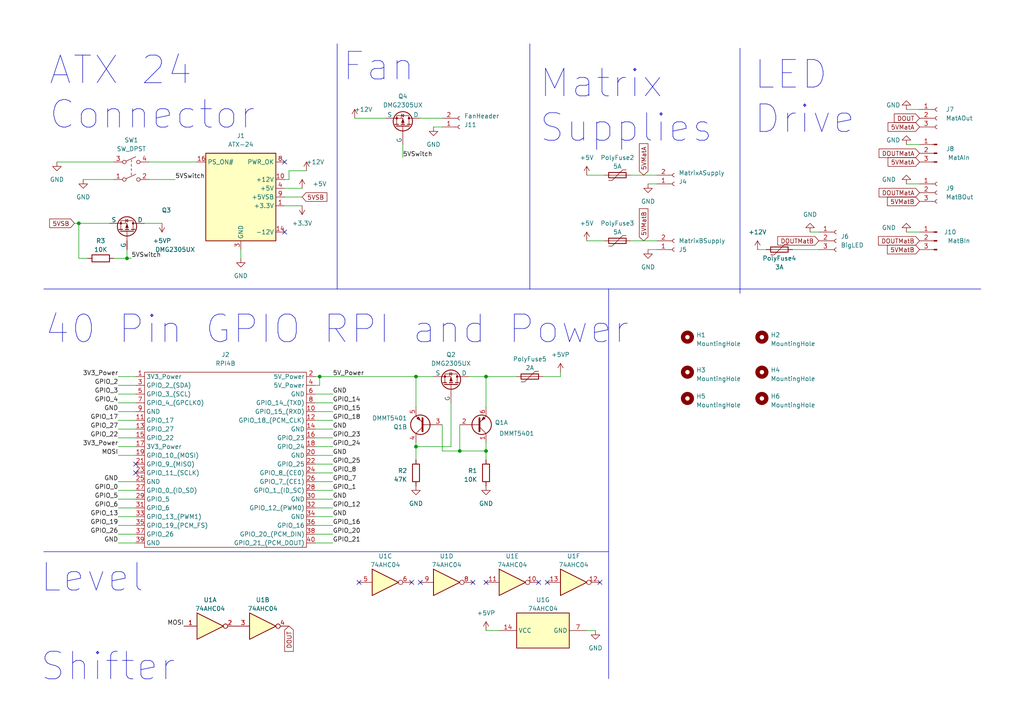
<source format=kicad_sch>
(kicad_sch (version 20230121) (generator eeschema)
  (paper "A4")
  (title_block (title "Auxillary Board for SynaesthetiQ"))
  (lib_symbols
    (symbol "74xx:74AHC04"
      (property "Reference" "U" (at 0 1.27 0))
      (property "Value" "74AHC04" (at 0 -1.27 0))
      (symbol "74AHC04_1_0"
        (polyline (pts (xy -3.81 3.81) (xy -3.81 -3.81) (xy 3.81 0) (xy -3.81 3.81)) (stroke (width 0.254)) (fill (type background)))
        (pin input line (at -7.62 0 0) (length 3.81) (name "~") (number "1"))
        (pin output inverted (at 7.62 0 180) (length 3.81) (name "~") (number "2"))
      )
      (symbol "74AHC04_2_0"
        (polyline (pts (xy -3.81 3.81) (xy -3.81 -3.81) (xy 3.81 0) (xy -3.81 3.81)) (stroke (width 0.254)) (fill (type background)))
        (pin input line (at -7.62 0 0) (length 3.81) (name "~") (number "3"))
        (pin output inverted (at 7.62 0 180) (length 3.81) (name "~") (number "4"))
      )
      (symbol "74AHC04_3_0"
        (polyline (pts (xy -3.81 3.81) (xy -3.81 -3.81) (xy 3.81 0) (xy -3.81 3.81)) (stroke (width 0.254)) (fill (type background)))
        (pin input line (at -7.62 0 0) (length 3.81) (name "~") (number "5"))
        (pin output inverted (at 7.62 0 180) (length 3.81) (name "~") (number "6"))
      )
      (symbol "74AHC04_4_0"
        (polyline (pts (xy -3.81 3.81) (xy -3.81 -3.81) (xy 3.81 0) (xy -3.81 3.81)) (stroke (width 0.254)) (fill (type background)))
        (pin output inverted (at 7.62 0 180) (length 3.81) (name "~") (number "8"))
        (pin input line (at -7.62 0 0) (length 3.81) (name "~") (number "9"))
      )
      (symbol "74AHC04_5_0"
        (polyline (pts (xy -3.81 3.81) (xy -3.81 -3.81) (xy 3.81 0) (xy -3.81 3.81)) (stroke (width 0.254)) (fill (type background)))
        (pin output inverted (at 7.62 0 180) (length 3.81) (name "~") (number "10"))
        (pin input line (at -7.62 0 0) (length 3.81) (name "~") (number "11"))
      )
      (symbol "74AHC04_6_0"
        (polyline (pts (xy -3.81 3.81) (xy -3.81 -3.81) (xy 3.81 0) (xy -3.81 3.81)) (stroke (width 0.254)) (fill (type background)))
        (pin output inverted (at 7.62 0 180) (length 3.81) (name "~") (number "12"))
        (pin input line (at -7.62 0 0) (length 3.81) (name "~") (number "13"))
      )
      (symbol "74AHC04_7_0"
        (pin power_in line (at 0 12.7 270) (length 5.08) (name "VCC") (number "14"))
        (pin power_in line (at 0 -12.7 90) (length 5.08) (name "GND") (number "7"))
      )
      (symbol "74AHC04_7_1"
        (rectangle (start -5.08 7.62) (end 5.08 -7.62) (stroke (width 0.254)) (fill (type background)))
      )
    )
    (symbol "Connector:ATX-24"
      (property "Reference" "J" (at -8.89 13.97 0))
      (property "Value" "ATX-24" (at 6.35 13.97 0))
      (symbol "ATX-24_0_1"
        (rectangle (start -10.16 12.7) (end 10.16 -12.7) (stroke (width 0.254)) (fill (type background)))
      )
      (symbol "ATX-24_1_1"
        (pin power_out line (at 12.7 -2.54 180) (length 2.54) (name "+3.3V") (number "1"))
        (pin power_out line (at 12.7 5.08 180) (length 2.54) (name "+12V") (number "10"))
        (pin passive line (at 12.7 5.08 180) (length 2.54) hide (name "+12V") (number "11"))
        (pin passive line (at 12.7 -2.54 180) (length 2.54) hide (name "+3.3V") (number "12"))
        (pin passive line (at 12.7 -2.54 180) (length 2.54) hide (name "+3.3V") (number "13"))
        (pin power_out line (at 12.7 -10.16 180) (length 2.54) (name "-12V") (number "14"))
        (pin passive line (at 0 -15.24 90) (length 2.54) hide (name "GND") (number "15"))
        (pin open_collector line (at -12.7 10.16 0) (length 2.54) (name "PS_ON#") (number "16"))
        (pin passive line (at 0 -15.24 90) (length 2.54) hide (name "GND") (number "17"))
        (pin passive line (at 0 -15.24 90) (length 2.54) hide (name "GND") (number "18"))
        (pin passive line (at 0 -15.24 90) (length 2.54) hide (name "GND") (number "19"))
        (pin passive line (at 12.7 -2.54 180) (length 2.54) hide (name "+3.3V") (number "2"))
        (pin no_connect line (at -10.16 0 0) (length 2.54) hide (name "NC") (number "20"))
        (pin passive line (at 12.7 2.54 180) (length 2.54) hide (name "+5V") (number "21"))
        (pin passive line (at 12.7 2.54 180) (length 2.54) hide (name "+5V") (number "22"))
        (pin passive line (at 12.7 2.54 180) (length 2.54) hide (name "+5V") (number "23"))
        (pin passive line (at 0 -15.24 90) (length 2.54) hide (name "GND") (number "24"))
        (pin power_out line (at 0 -15.24 90) (length 2.54) (name "GND") (number "3"))
        (pin power_out line (at 12.7 2.54 180) (length 2.54) (name "+5V") (number "4"))
        (pin passive line (at 0 -15.24 90) (length 2.54) hide (name "GND") (number "5"))
        (pin passive line (at 12.7 2.54 180) (length 2.54) hide (name "+5V") (number "6"))
        (pin passive line (at 0 -15.24 90) (length 2.54) hide (name "GND") (number "7"))
        (pin output line (at 12.7 10.16 180) (length 2.54) (name "PWR_OK") (number "8"))
        (pin power_out line (at 12.7 0 180) (length 2.54) (name "+5VSB") (number "9"))
      )
    )
    (symbol "Connector:Conn_01x02_Female" (pin_names (offset 1.016) hide)
      (property "Reference" "J" (at 0 2.54 0))
      (property "Value" "Conn_01x02_Female" (at 0 -5.08 0))
      (symbol "Conn_01x02_Female_1_1"
        (arc (start 0 -2.032) (mid -0.5058 -2.54) (end 0 -3.048) (stroke (width 0.1524)))
        (polyline (pts (xy -1.27 -2.54) (xy -0.508 -2.54)) (stroke (width 0.1524)))
        (polyline (pts (xy -1.27 0) (xy -0.508 0)) (stroke (width 0.1524)))
        (arc (start 0 0.508) (mid -0.5058 0) (end 0 -0.508) (stroke (width 0.1524)))
        (pin passive line (at -5.08 0 0) (length 3.81) (name "Pin_1") (number "1"))
        (pin passive line (at -5.08 -2.54 0) (length 3.81) (name "Pin_2") (number "2"))
      )
    )
    (symbol "Connector:Conn_01x03_Female" (pin_names (offset 1.016) hide)
      (property "Reference" "J" (at 0 5.08 0))
      (property "Value" "Conn_01x03_Female" (at 0 -5.08 0))
      (symbol "Conn_01x03_Female_1_1"
        (arc (start 0 -2.032) (mid -0.5058 -2.54) (end 0 -3.048) (stroke (width 0.1524)))
        (polyline (pts (xy -1.27 -2.54) (xy -0.508 -2.54)) (stroke (width 0.1524)))
        (polyline (pts (xy -1.27 0) (xy -0.508 0)) (stroke (width 0.1524)))
        (polyline (pts (xy -1.27 2.54) (xy -0.508 2.54)) (stroke (width 0.1524)))
        (arc (start 0 0.508) (mid -0.5058 0) (end 0 -0.508) (stroke (width 0.1524)))
        (arc (start 0 3.048) (mid -0.5058 2.54) (end 0 2.032) (stroke (width 0.1524)))
        (pin passive line (at -5.08 2.54 0) (length 3.81) (name "Pin_1") (number "1"))
        (pin passive line (at -5.08 0 0) (length 3.81) (name "Pin_2") (number "2"))
        (pin passive line (at -5.08 -2.54 0) (length 3.81) (name "Pin_3") (number "3"))
      )
    )
    (symbol "Connector:Conn_01x03_Male" (pin_names (offset 1.016) hide)
      (property "Reference" "J" (at 0 5.08 0))
      (property "Value" "Conn_01x03_Male" (at 0 -5.08 0))
      (symbol "Conn_01x03_Male_1_1"
        (polyline (pts (xy 1.27 -2.54) (xy 0.8636 -2.54)) (stroke (width 0.1524)))
        (polyline (pts (xy 1.27 0) (xy 0.8636 0)) (stroke (width 0.1524)))
        (polyline (pts (xy 1.27 2.54) (xy 0.8636 2.54)) (stroke (width 0.1524)))
        (rectangle (start 0.8636 -2.413) (end 0 -2.667) (stroke (width 0.1524)) (fill (type outline)))
        (rectangle (start 0.8636 0.127) (end 0 -0.127) (stroke (width 0.1524)) (fill (type outline)))
        (rectangle (start 0.8636 2.667) (end 0 2.413) (stroke (width 0.1524)) (fill (type outline)))
        (pin passive line (at 5.08 2.54 180) (length 3.81) (name "Pin_1") (number "1"))
        (pin passive line (at 5.08 0 180) (length 3.81) (name "Pin_2") (number "2"))
        (pin passive line (at 5.08 -2.54 180) (length 3.81) (name "Pin_3") (number "3"))
      )
    )
    (symbol "Device:Polyfuse" (pin_numbers hide) (pin_names (offset 0))
      (property "Reference" "F" (at -2.54 0 90))
      (property "Value" "Polyfuse" (at 2.54 0 90))
      (symbol "Polyfuse_0_1"
        (rectangle (start -0.762 2.54) (end 0.762 -2.54) (stroke (width 0.254)))
        (polyline (pts (xy 0 2.54) (xy 0 -2.54)))
        (polyline (pts (xy -1.524 2.54) (xy -1.524 1.524) (xy 1.524 -1.524) (xy 1.524 -2.54)))
      )
      (symbol "Polyfuse_1_1"
        (pin passive line (at 0 3.81 270) (length 1.27) (name "~") (number "1"))
        (pin passive line (at 0 -3.81 90) (length 1.27) (name "~") (number "2"))
      )
    )
    (symbol "Device:Q_Dual_PNP_PNP_C1B1B2C2E2E1" (pin_names (offset 0) hide)
      (property "Reference" "Q" (at 5.08 1.27 0))
      (property "Value" "Q_Dual_PNP_PNP_C1B1B2C2E2E1" (at 5.08 -1.27 0))
      (symbol "Q_Dual_PNP_PNP_C1B1B2C2E2E1_0_1"
        (polyline (pts (xy 0.635 0) (xy -2.54 0)))
        (polyline (pts (xy 0.635 0.635) (xy 2.54 2.54)))
        (polyline (pts (xy 0.635 -0.635) (xy 2.54 -2.54) (xy 2.54 -2.54)))
        (polyline (pts (xy 0.635 1.905) (xy 0.635 -1.905) (xy 0.635 -1.905)) (stroke (width 0.508)))
        (polyline (pts (xy 2.286 -1.778) (xy 1.778 -2.286) (xy 1.27 -1.27) (xy 2.286 -1.778) (xy 2.286 -1.778)) (fill (type outline)))
        (circle (center 1.27 0) (radius 2.8194) (stroke (width 0.254)))
      )
      (symbol "Q_Dual_PNP_PNP_C1B1B2C2E2E1_1_1"
        (pin passive line (at 2.54 5.08 270) (length 2.54) (name "C1") (number "1"))
        (pin input line (at -5.08 0 0) (length 2.54) (name "B1") (number "2"))
        (pin passive line (at 2.54 -5.08 90) (length 2.54) (name "E1") (number "6"))
      )
      (symbol "Q_Dual_PNP_PNP_C1B1B2C2E2E1_2_1"
        (pin input line (at -5.08 0 0) (length 2.54) (name "B2") (number "3"))
        (pin passive line (at 2.54 5.08 270) (length 2.54) (name "C2") (number "4"))
        (pin passive line (at 2.54 -5.08 90) (length 2.54) (name "E2") (number "5"))
      )
    )
    (symbol "Device:R" (pin_numbers hide) (pin_names (offset 0))
      (property "Reference" "R" (at 2.032 0 90))
      (property "Value" "R" (at 0 0 90))
      (symbol "R_0_1"
        (rectangle (start -1.016 -2.54) (end 1.016 2.54) (stroke (width 0.254)))
      )
      (symbol "R_1_1"
        (pin passive line (at 0 3.81 270) (length 1.27) (name "~") (number "1"))
        (pin passive line (at 0 -3.81 90) (length 1.27) (name "~") (number "2"))
      )
    )
    (symbol "GND_1" (power) (pin_names (offset 0))
      (property "Value" "GND_1" (at 0 -3.81 0))
      (symbol "GND_1_0_1"
        (polyline (pts (xy 0 0) (xy 0 -1.27) (xy 1.27 -1.27) (xy 0 -2.54) (xy -1.27 -1.27) (xy 0 -1.27)))
      )
      (symbol "GND_1_1_1"
        (pin power_in line (at 0 0 270) (length 0) hide (name "GND") (number "1"))
      )
    )
    (symbol "Mechanical:MountingHole" (pin_names (offset 1.016))
      (property "Reference" "H" (at 0 5.08 0))
      (property "Value" "MountingHole" (at 0 3.175 0))
      (symbol "MountingHole_0_1"
        (circle (center 0 0) (radius 1.27) (stroke (width 1.27)))
      )
    )
    (symbol "Switch:SW_DPST" (pin_names (offset 0) hide)
      (property "Reference" "SW" (at 0 5.08 0))
      (property "Value" "SW_DPST" (at 0 -5.08 0))
      (symbol "SW_DPST_0_0"
        (circle (center -2.032 -2.54) (radius 0.508))
        (circle (center -2.032 2.54) (radius 0.508))
        (polyline (pts (xy -1.524 -2.286) (xy 1.27 -1.016)))
        (polyline (pts (xy -1.524 2.794) (xy 1.27 4.064)))
        (polyline (pts (xy 0 -1.27) (xy 0 -0.635)))
        (polyline (pts (xy 0 0) (xy 0 0.635)))
        (polyline (pts (xy 0 1.27) (xy 0 1.905)))
        (polyline (pts (xy 0 2.54) (xy 0 3.175)))
        (circle (center 2.032 -2.54) (radius 0.508))
        (circle (center 2.032 2.54) (radius 0.508))
      )
      (symbol "SW_DPST_1_1"
        (pin passive line (at -5.08 -2.54 0) (length 2.54) (name "1") (number "1"))
        (pin passive line (at 5.08 -2.54 180) (length 2.54) (name "2") (number "2"))
        (pin passive line (at -5.08 2.54 0) (length 2.54) (name "3") (number "3"))
        (pin passive line (at 5.08 2.54 180) (length 2.54) (name "4") (number "4"))
      )
    )
    (symbol "Tom's Parts:PMOS" (pin_numbers hide) (pin_names (offset 0))
      (property "Reference" "Q3" (at 6.35 11.43 90))
      (property "Value" "DMG2305UX" (at -5.08 13.97 90))
      (symbol "PMOS_0_1"
        (polyline (pts (xy 0.254 0) (xy -2.54 0)))
        (polyline (pts (xy 0.254 1.905) (xy 0.254 -1.905)) (stroke (width 0.254)))
        (polyline (pts (xy 0.762 -1.27) (xy 0.762 -2.286)) (stroke (width 0.254)))
        (polyline (pts (xy 0.762 0.508) (xy 0.762 -0.508)) (stroke (width 0.254)))
        (polyline (pts (xy 0.762 2.286) (xy 0.762 1.27)) (stroke (width 0.254)))
        (polyline (pts (xy 2.54 2.54) (xy 2.54 1.778)))
        (polyline (pts (xy 2.54 -2.54) (xy 2.54 0) (xy 0.762 0)))
        (polyline (pts (xy 0.762 1.778) (xy 3.302 1.778) (xy 3.302 -1.778) (xy 0.762 -1.778)))
        (polyline (pts (xy 2.286 0) (xy 1.27 0.381) (xy 1.27 -0.381) (xy 2.286 0)) (fill (type outline)))
        (polyline (pts (xy 2.794 -0.508) (xy 2.921 -0.381) (xy 3.683 -0.381) (xy 3.81 -0.254)))
        (polyline (pts (xy 3.302 -0.381) (xy 2.921 0.254) (xy 3.683 0.254) (xy 3.302 -0.381)))
        (circle (center 1.651 0) (radius 2.794) (stroke (width 0.254)))
        (circle (center 2.54 -1.778) (radius 0.254) (fill (type outline)))
        (circle (center 2.54 1.778) (radius 0.254) (fill (type outline)))
      )
      (symbol "PMOS_1_1"
        (pin input line (at -5.08 0 0) (length 2.54) (name "G") (number "1"))
        (pin passive line (at 2.54 -5.08 90) (length 2.54) (name "S") (number "2"))
        (pin passive line (at 2.54 5.08 270) (length 2.54) (name "D") (number "3"))
      )
    )
    (symbol "Tom's Parts:RPI4B"
      (property "Reference" "J" (at 0 0 0))
      (property "Value" "RPI4B" (at 0 2.54 0))
      (symbol "RPI4B_0_1"
        (rectangle (start -24.13 -1.27) (end 22.86 -52.07))
      )
      (symbol "RPI4B_1_1"
        (pin power_in line (at -26.67 -2.54 0) (length 2.54) (name "3V3_Power") (number "1"))
        (pin bidirectional line (at 25.4 -12.7 180) (length 2.54) (name "GPIO_15_(RXD)") (number "10"))
        (pin bidirectional line (at -26.67 -15.24 0) (length 2.54) (name "GPIO_17") (number "11"))
        (pin bidirectional line (at 25.4 -15.24 180) (length 2.54) (name "GPIO_18_(PCM_CLK)") (number "12"))
        (pin bidirectional line (at -26.67 -17.78 0) (length 2.54) (name "GPIO_27") (number "13"))
        (pin power_in line (at 25.4 -17.78 180) (length 2.54) (name "GND") (number "14"))
        (pin bidirectional line (at -26.67 -20.32 0) (length 2.54) (name "GPIO_22") (number "15"))
        (pin bidirectional line (at 25.4 -20.32 180) (length 2.54) (name "GPIO_23") (number "16"))
        (pin power_in line (at -26.67 -22.86 0) (length 2.54) (name "3V3_Power") (number "17"))
        (pin bidirectional line (at 25.4 -22.86 180) (length 2.54) (name "GPIO_24") (number "18"))
        (pin bidirectional line (at -26.67 -25.4 0) (length 2.54) (name "GPIO_10_(MOSI)") (number "19"))
        (pin power_in line (at 25.4 -2.54 180) (length 2.54) (name "5V_Power") (number "2"))
        (pin power_in line (at 25.4 -25.4 180) (length 2.54) (name "GND") (number "20"))
        (pin bidirectional line (at -26.67 -27.94 0) (length 2.54) (name "GPIO_9_(MISO)") (number "21"))
        (pin bidirectional line (at 25.4 -27.94 180) (length 2.54) (name "GPIO_25") (number "22"))
        (pin bidirectional line (at -26.67 -30.48 0) (length 2.54) (name "GPIO_11_(SCLK)") (number "23"))
        (pin bidirectional line (at 25.4 -30.48 180) (length 2.54) (name "GPIO_8_(CE0)") (number "24"))
        (pin power_in line (at -26.67 -33.02 0) (length 2.54) (name "GND") (number "25"))
        (pin bidirectional line (at 25.4 -33.02 180) (length 2.54) (name "GPIO_7_(CE1)") (number "26"))
        (pin bidirectional line (at -26.67 -35.56 0) (length 2.54) (name "GPIO_0_(ID_SD)") (number "27"))
        (pin bidirectional line (at 25.4 -35.56 180) (length 2.54) (name "GPIO_1_(ID_SC)") (number "28"))
        (pin bidirectional line (at -26.67 -38.1 0) (length 2.54) (name "GPIO_5") (number "29"))
        (pin bidirectional line (at -26.67 -5.08 0) (length 2.54) (name "GPIO_2_(SDA)") (number "3"))
        (pin power_in line (at 25.4 -38.1 180) (length 2.54) (name "GND") (number "30"))
        (pin bidirectional line (at -26.67 -40.64 0) (length 2.54) (name "GPIO_6") (number "31"))
        (pin bidirectional line (at 25.4 -40.64 180) (length 2.54) (name "GPIO_12_(PWM0)") (number "32"))
        (pin bidirectional line (at -26.67 -43.18 0) (length 2.54) (name "GPIO_13_(PWM1)") (number "33"))
        (pin power_in line (at 25.4 -43.18 180) (length 2.54) (name "GND") (number "34"))
        (pin bidirectional line (at -26.67 -45.72 0) (length 2.54) (name "GPIO_19_(PCM_FS)") (number "35"))
        (pin bidirectional line (at 25.4 -45.72 180) (length 2.54) (name "GPIO_16") (number "36"))
        (pin bidirectional line (at -26.67 -48.26 0) (length 2.54) (name "GPIO_26") (number "37"))
        (pin bidirectional line (at 25.4 -48.26 180) (length 2.54) (name "GPIO_20_(PCM_DIN)") (number "38"))
        (pin power_in line (at -26.67 -50.8 0) (length 2.54) (name "GND") (number "39"))
        (pin power_in line (at 25.4 -5.08 180) (length 2.54) (name "5V_Power") (number "4"))
        (pin bidirectional line (at 25.4 -50.8 180) (length 2.54) (name "GPIO_21_(PCM_DOUT)") (number "40"))
        (pin bidirectional line (at -26.67 -7.62 0) (length 2.54) (name "GPIO_3_(SCL)") (number "5"))
        (pin power_in line (at 25.4 -7.62 180) (length 2.54) (name "GND") (number "6"))
        (pin bidirectional line (at -26.67 -10.16 0) (length 2.54) (name "GPIO_4_(GPCLK0)") (number "7"))
        (pin bidirectional line (at 25.4 -10.16 180) (length 2.54) (name "GPIO_14_(TXD)") (number "8"))
        (pin power_in line (at -26.67 -12.7 0) (length 2.54) (name "GND") (number "9"))
      )
    )
    (symbol "power:+12V" (power) (pin_names (offset 0))
      (property "Value" "+12V" (at 0 3.556 0))
      (symbol "+12V_0_1"
        (polyline (pts (xy -0.762 1.27) (xy 0 2.54)))
        (polyline (pts (xy 0 0) (xy 0 2.54)))
        (polyline (pts (xy 0 2.54) (xy 0.762 1.27)))
      )
      (symbol "+12V_1_1"
        (pin power_in line (at 0 0 90) (length 0) hide (name "+12V") (number "1"))
      )
    )
    (symbol "power:+3.3V" (power) (pin_names (offset 0))
      (property "Value" "+3.3V" (at 0 3.556 0))
      (symbol "+3.3V_0_1"
        (polyline (pts (xy -0.762 1.27) (xy 0 2.54)))
        (polyline (pts (xy 0 0) (xy 0 2.54)))
        (polyline (pts (xy 0 2.54) (xy 0.762 1.27)))
      )
      (symbol "+3.3V_1_1"
        (pin power_in line (at 0 0 90) (length 0) hide (name "+3.3V") (number "1"))
      )
    )
    (symbol "power:+5V" (power) (pin_names (offset 0))
      (property "Value" "+5V" (at 0 3.556 0))
      (symbol "+5V_0_1"
        (polyline (pts (xy -0.762 1.27) (xy 0 2.54)))
        (polyline (pts (xy 0 0) (xy 0 2.54)))
        (polyline (pts (xy 0 2.54) (xy 0.762 1.27)))
      )
      (symbol "+5V_1_1"
        (pin power_in line (at 0 0 90) (length 0) hide (name "+5V") (number "1"))
      )
    )
    (symbol "power:+5VP" (power) (pin_names (offset 0))
      (property "Value" "+5VP" (at 0 3.556 0))
      (symbol "+5VP_0_1"
        (polyline (pts (xy -0.762 1.27) (xy 0 2.54)))
        (polyline (pts (xy 0 0) (xy 0 2.54)))
        (polyline (pts (xy 0 2.54) (xy 0.762 1.27)))
      )
      (symbol "+5VP_1_1"
        (pin power_in line (at 0 0 90) (length 0) hide (name "+5VP") (number "1"))
      )
    )
    (symbol "power:GND" (power) (pin_names (offset 0))
      (property "Value" "GND" (at 0 -3.81 0))
      (symbol "GND_0_1"
        (polyline (pts (xy 0 0) (xy 0 -1.27) (xy 1.27 -1.27) (xy 0 -2.54) (xy -1.27 -1.27) (xy 0 -1.27)))
      )
      (symbol "GND_1_1"
        (pin power_in line (at 0 0 270) (length 0) hide (name "GND") (number "1"))
      )
    )
  )
  (junction (at 120.65 109.22))
  (junction (at 92.71 109.22))
  (junction (at 120.65 129.54))
  (junction (at 133.35 130.81))
  (junction (at 140.97 109.22))
  (junction (at 22.86 64.77))
  (junction (at 36.83 74.93))
  (junction (at 140.97 130.81))
  (no_connect (at 82.55 67.31))
  (no_connect (at 140.97 168.91))
  (no_connect (at 82.55 46.99))
  (no_connect (at 119.38 168.91))
  (no_connect (at 121.92 168.91))
  (no_connect (at 104.14 168.91))
  (no_connect (at 158.75 168.91))
  (no_connect (at 173.99 168.91))
  (no_connect (at 39.37 134.62))
  (no_connect (at 39.37 137.16))
  (no_connect (at 137.16 168.91))
  (no_connect (at 156.21 168.91))
  (wire (pts (xy 170.18 69.85) (xy 175.26 69.85)))
  (wire (pts (xy 82.55 54.61) (xy 87.63 54.61)))
  (wire (pts (xy 91.44 144.78) (xy 96.52 144.78)))
  (wire (pts (xy 91.44 124.46) (xy 96.52 124.46)))
  (wire (pts (xy 96.52 137.16) (xy 91.44 137.16)))
  (polyline (pts (xy 176.53 83.82) (xy 284.48 83.82)))
  (polyline (pts (xy 12.7 83.82) (xy 176.53 83.82)))
  (wire (pts (xy 34.29 119.38) (xy 39.37 119.38)))
  (wire (pts (xy 38.1 74.93) (xy 36.83 74.93)))
  (wire (pts (xy 190.5 69.85) (xy 182.88 69.85)))
  (wire (pts (xy 83.82 49.53) (xy 83.82 52.07)))
  (wire (pts (xy 121.92 34.29) (xy 128.27 34.29)))
  (wire (pts (xy 140.97 109.22) (xy 135.89 109.22)))
  (wire (pts (xy 34.29 144.78) (xy 39.37 144.78)))
  (wire (pts (xy 43.18 52.07) (xy 50.8 52.07)))
  (wire (pts (xy 16.51 46.99) (xy 33.02 46.99)))
  (wire (pts (xy 83.82 49.53) (xy 88.9 49.53)))
  (wire (pts (xy 96.52 147.32) (xy 91.44 147.32)))
  (wire (pts (xy 24.13 52.07) (xy 33.02 52.07)))
  (wire (pts (xy 182.88 50.8) (xy 190.5 50.8)))
  (wire (pts (xy 34.29 124.46) (xy 39.37 124.46)))
  (wire (pts (xy 92.71 109.22) (xy 91.44 109.22)))
  (polyline (pts (xy 12.7 160.02) (xy 176.53 160.02)))
  (wire (pts (xy 262.89 67.31) (xy 266.7 67.31)))
  (wire (pts (xy 219.71 72.39) (xy 222.25 72.39)))
  (wire (pts (xy 120.65 129.54) (xy 120.65 133.35)))
  (wire (pts (xy 96.52 127) (xy 91.44 127)))
  (wire (pts (xy 34.29 149.86) (xy 39.37 149.86)))
  (wire (pts (xy 34.29 114.3) (xy 39.37 114.3)))
  (wire (pts (xy 140.97 130.81) (xy 140.97 133.35)))
  (polyline (pts (xy 214.63 13.97) (xy 214.63 85.09)))
  (wire (pts (xy 162.56 109.22) (xy 162.56 107.95)))
  (wire (pts (xy 96.52 116.84) (xy 91.44 116.84)))
  (wire (pts (xy 34.29 132.08) (xy 39.37 132.08)))
  (wire (pts (xy 83.82 52.07) (xy 82.55 52.07)))
  (wire (pts (xy 34.29 139.7) (xy 39.37 139.7)))
  (wire (pts (xy 96.52 121.92) (xy 91.44 121.92)))
  (wire (pts (xy 133.35 123.19) (xy 133.35 130.81)))
  (wire (pts (xy 125.73 109.22) (xy 120.65 109.22)))
  (wire (pts (xy 34.29 111.76) (xy 39.37 111.76)))
  (wire (pts (xy 170.18 50.8) (xy 175.26 50.8)))
  (wire (pts (xy 262.89 53.34) (xy 266.7 53.34)))
  (wire (pts (xy 92.71 109.22) (xy 120.65 109.22)))
  (wire (pts (xy 140.97 182.88) (xy 144.78 182.88)))
  (wire (pts (xy 96.52 142.24) (xy 91.44 142.24)))
  (wire (pts (xy 22.86 74.93) (xy 25.4 74.93)))
  (wire (pts (xy 34.29 147.32) (xy 39.37 147.32)))
  (wire (pts (xy 262.89 41.91) (xy 266.7 41.91)))
  (wire (pts (xy 187.96 72.39) (xy 190.5 72.39)))
  (wire (pts (xy 140.97 109.22) (xy 149.86 109.22)))
  (wire (pts (xy 170.18 182.88) (xy 172.72 182.88)))
  (wire (pts (xy 140.97 109.22) (xy 140.97 118.11)))
  (polyline (pts (xy 176.53 196.85) (xy 176.53 83.82)))
  (polyline (pts (xy 153.67 12.7) (xy 153.67 83.82)))
  (wire (pts (xy 43.18 46.99) (xy 57.15 46.99)))
  (wire (pts (xy 128.27 130.81) (xy 133.35 130.81)))
  (wire (pts (xy 92.71 109.22) (xy 92.71 111.76)))
  (wire (pts (xy 102.87 34.29) (xy 111.76 34.29)))
  (wire (pts (xy 96.52 134.62) (xy 91.44 134.62)))
  (wire (pts (xy 22.86 64.77) (xy 22.86 74.93)))
  (wire (pts (xy 82.55 59.69) (xy 87.63 59.69)))
  (wire (pts (xy 91.44 114.3) (xy 96.52 114.3)))
  (wire (pts (xy 91.44 149.86) (xy 96.52 149.86)))
  (wire (pts (xy 125.73 36.83) (xy 128.27 36.83)))
  (wire (pts (xy 34.29 152.4) (xy 39.37 152.4)))
  (wire (pts (xy 96.52 129.54) (xy 91.44 129.54)))
  (wire (pts (xy 120.65 128.27) (xy 120.65 129.54)))
  (wire (pts (xy 234.95 67.31) (xy 237.49 67.31)))
  (wire (pts (xy 34.29 129.54) (xy 39.37 129.54)))
  (wire (pts (xy 262.89 31.75) (xy 266.7 31.75)))
  (wire (pts (xy 34.29 157.48) (xy 39.37 157.48)))
  (wire (pts (xy 96.52 152.4) (xy 91.44 152.4)))
  (wire (pts (xy 116.84 45.72) (xy 116.84 41.91)))
  (wire (pts (xy 229.87 72.39) (xy 237.49 72.39)))
  (wire (pts (xy 34.29 116.84) (xy 39.37 116.84)))
  (wire (pts (xy 133.35 130.81) (xy 140.97 130.81)))
  (wire (pts (xy 130.81 129.54) (xy 130.81 116.84)))
  (wire (pts (xy 34.29 109.22) (xy 39.37 109.22)))
  (wire (pts (xy 120.65 129.54) (xy 130.81 129.54)))
  (wire (pts (xy 128.27 123.19) (xy 128.27 130.81)))
  (wire (pts (xy 36.83 74.93) (xy 36.83 72.39)))
  (wire (pts (xy 69.85 72.39) (xy 69.85 74.93)))
  (wire (pts (xy 21.59 64.77) (xy 22.86 64.77)))
  (wire (pts (xy 34.29 154.94) (xy 39.37 154.94)))
  (wire (pts (xy 34.29 127) (xy 39.37 127)))
  (wire (pts (xy 157.48 109.22) (xy 162.56 109.22)))
  (wire (pts (xy 82.55 57.15) (xy 87.63 57.15)))
  (wire (pts (xy 140.97 130.81) (xy 140.97 128.27)))
  (wire (pts (xy 96.52 119.38) (xy 91.44 119.38)))
  (polyline (pts (xy 97.79 12.7) (xy 97.79 83.82)))
  (wire (pts (xy 34.29 142.24) (xy 39.37 142.24)))
  (wire (pts (xy 187.96 53.34) (xy 190.5 53.34)))
  (wire (pts (xy 41.91 64.77) (xy 46.99 64.77)))
  (wire (pts (xy 33.02 74.93) (xy 36.83 74.93)))
  (wire (pts (xy 96.52 157.48) (xy 91.44 157.48)))
  (wire (pts (xy 92.71 111.76) (xy 91.44 111.76)))
  (wire (pts (xy 91.44 132.08) (xy 96.52 132.08)))
  (wire (pts (xy 96.52 154.94) (xy 91.44 154.94)))
  (wire (pts (xy 34.29 121.92) (xy 39.37 121.92)))
  (wire (pts (xy 22.86 64.77) (xy 31.75 64.77)))
  (wire (pts (xy 96.52 139.7) (xy 91.44 139.7)))
  (wire (pts (xy 120.65 109.22) (xy 120.65 118.11)))
  (text "ATX 24 \nConnector" (at 13.97 38.1 0) (effects (font (size 8 8)) (justify left bottom)))
  (text "Fan" (at 99.06 24.13 0) (effects (font (size 8 8)) (justify left bottom)))
  (text "Level\n\nShifter" (at 11.43 198.12 0) (effects (font (size 8 8)) (justify left bottom)))
  (text "LED\nDrive" (at 218.44 39.37 0) (effects (font (size 8 8)) (justify left bottom)))
  (text "40 Pin GPIO RPI and Power" (at 12.7 100.33 0) (effects (font (size 8 8)) (justify left bottom)))
  (text "Matrix\nSupplies" (at 156.21 41.91 0) (effects (font (size 8 8)) (justify left bottom)))
  (label "GPIO_8" (at 96.52 137.16 0))
  (label "3V3_Power" (at 34.29 129.54 180))
  (label "GPIO_21" (at 96.52 157.48 0))
  (label "GPIO_13" (at 34.29 149.86 180))
  (label "GPIO_23" (at 96.52 127 0))
  (label "GPIO_14" (at 96.52 116.84 0))
  (label "GND" (at 96.52 144.78 0))
  (label "5V_Power" (at 96.52 109.22 0))
  (label "GND" (at 96.52 114.3 0))
  (label "GND" (at 34.29 157.48 180))
  (label "GPIO_15" (at 96.52 119.38 0))
  (label "GND" (at 96.52 149.86 0))
  (label "GND" (at 34.29 139.7 180))
  (label "GPIO_20" (at 96.52 154.94 0))
  (label "GPIO_5" (at 34.29 144.78 180))
  (label "GPIO_7" (at 96.52 139.7 0))
  (label "GPIO_17" (at 34.29 121.92 180))
  (label "GPIO_27" (at 34.29 124.46 180))
  (label "GPIO_6" (at 34.29 147.32 180))
  (label "3V3_Power" (at 34.29 109.22 180))
  (label "GND" (at 34.29 119.38 180))
  (label "GND" (at 96.52 132.08 0))
  (label "GPIO_16" (at 96.52 152.4 0))
  (label "GPIO_2" (at 34.29 111.76 180))
  (label "GPIO_3" (at 34.29 114.3 180))
  (label "GPIO_26" (at 34.29 154.94 180))
  (label "GPIO_22" (at 34.29 127 180))
  (label "GPIO_25" (at 96.52 134.62 0))
  (label "GPIO_19" (at 34.29 152.4 180))
  (label "GPIO_18" (at 96.52 121.92 0))
  (label "5VSwitch" (at 38.1 74.93 0))
  (label "GND" (at 96.52 124.46 0))
  (label "GPIO_0" (at 34.29 142.24 180))
  (label "GPIO_12" (at 96.52 147.32 0))
  (label "5VSwitch" (at 116.84 45.72 0))
  (label "5VSwitch" (at 50.8 52.07 0))
  (label "GPIO_1" (at 96.52 142.24 0))
  (label "MOSI" (at 34.29 132.08 180))
  (label "MOSI" (at 53.34 181.61 180))
  (label "GPIO_4" (at 34.29 116.84 180))
  (label "GPIO_24" (at 96.52 129.54 0))
  (global_label "5VSB" (shape input) (at 87.63 57.15 0) (property "Intersheetrefs" "${INTERSHEET_REFS}" (effects hide)))
  (global_label "DOUTMatA" (shape input) (at 266.7 44.45 180) (property "Intersheetrefs" "${INTERSHEET_REFS}" (effects hide)))
  (global_label "5VSB" (shape input) (at 21.59 64.77 180) (property "Intersheetrefs" "${INTERSHEET_REFS}" (effects hide)))
  (global_label "DOUTMatB" (shape input) (at 237.49 69.85 180) (property "Intersheetrefs" "${INTERSHEET_REFS}" (effects hide)))
  (global_label "5VMatA" (shape input) (at 266.7 36.83 180) (property "Intersheetrefs" "${INTERSHEET_REFS}" (effects hide)))
  (global_label "5VMatA" (shape input) (at 266.7 46.99 180) (property "Intersheetrefs" "${INTERSHEET_REFS}" (effects hide)))
  (global_label "DOUTMatA" (shape input) (at 266.7 55.88 180) (property "Intersheetrefs" "${INTERSHEET_REFS}" (effects hide)))
  (global_label "DOUT" (shape input) (at 266.7 34.29 180) (property "Intersheetrefs" "${INTERSHEET_REFS}" (effects hide)))
  (global_label "5VMatB" (shape input) (at 266.7 72.39 180) (property "Intersheetrefs" "${INTERSHEET_REFS}" (effects hide)))
  (global_label "DOUTMatB" (shape input) (at 266.7 69.85 180) (property "Intersheetrefs" "${INTERSHEET_REFS}" (effects hide)))
  (global_label "DOUT" (shape input) (at 83.82 181.61 270) (property "Intersheetrefs" "${INTERSHEET_REFS}" (effects hide)))
  (global_label "5VMatB" (shape input) (at 186.69 69.85 90) (property "Intersheetrefs" "${INTERSHEET_REFS}" (effects hide)))
  (global_label "5VMatA" (shape input) (at 186.69 50.8 90) (property "Intersheetrefs" "${INTERSHEET_REFS}" (effects hide)))
  (global_label "5VMatB" (shape input) (at 266.7 58.42 180) (property "Intersheetrefs" "${INTERSHEET_REFS}" (effects hide)))
  (symbol (lib_id "Mechanical:MountingHole") (at 199.39 107.95 0) (unit 1)
    (property "Reference" "H3" (at 201.93 107.315 0) (effects (justify left)))
    (property "Value" "MountingHole" (at 201.93 109.855 0) (effects (justify left)))
    (property "Footprint" "Tom's Parts:MountingHole_2.75mm_RPI_HAT" (effects hide))
  )
  (symbol (lib_id "Connector:Conn_01x02_Female") (at 195.58 72.39 0) (mirror x) (unit 1)
    (property "Reference" "J5" (at 196.85 72.3901 0) (effects (justify left)))
    (property "Value" "MatrixBSupply" (at 196.85 69.8501 0) (effects (justify left)))
    (property "Footprint" "Connector_PinSocket_2.54mm:PinSocket_1x02_P2.54mm_Vertical" (effects hide))
  )
  (symbol (lib_id "power:+5VP") (at 46.99 64.77 180) (unit 1)
    (property "Reference" "#PWR05" (effects hide))
    (property "Value" "+5VP" (at 46.99 69.85 0))
  )
  (symbol (lib_id "74xx:74AHC04") (at 157.48 182.88 90) (unit 7)
    (property "Reference" "U1" (at 157.48 173.99 90))
    (property "Value" "74AHC04" (at 157.48 176.53 90))
    (property "Footprint" "Package_DIP:DIP-14_W7.62mm" (effects hide))
    (property "Datasheet" "https://assets.nexperia.com/documents/data-sheet/74AHC_AHCT04.pdf" (effects hide))
  )
  (symbol (lib_id "Device:Q_Dual_PNP_PNP_C1B1B2C2E2E1") (at 123.19 123.19 180) (unit 2)
    (property "Reference" "Q1" (at 118.11 123.825 0) (effects (justify left)))
    (property "Value" "DMMT5401" (at 118.11 121.285 0) (effects (justify left)))
    (property "Footprint" "Package_TO_SOT_SMD:SOT-23-6" (effects hide))
    (property "Datasheet" "https://www.diodes.com/assets/Datasheets/ds30437.pdf" (effects hide))
  )
  (symbol (lib_id "Tom's Parts:RPI4B") (at 66.04 106.68 0) (unit 1)
    (property "Reference" "J2" (at 65.405 102.87 0))
    (property "Value" "RPI4B" (at 65.405 105.41 0))
    (property "Footprint" "Tom's Parts:PI Header Passthrough" (effects hide))
  )
  (symbol (lib_id "power:GND") (at 262.89 31.75 180) (unit 1)
    (property "Reference" "#PWR0121" (effects hide))
    (property "Value" "GND" (at 259.08 30.48 0))
  )
  (symbol (lib_id "Device:R") (at 120.65 137.16 0) (mirror x) (unit 1)
    (property "Reference" "R2" (at 118.11 136.525 0) (effects (justify right)))
    (property "Value" "47K" (at 118.11 139.065 0) (effects (justify right)))
    (property "Footprint" "Resistor_SMD:R_0805_2012Metric_Pad1.20x1.40mm_HandSolder" (effects hide))
  )
  (symbol (lib_id "power:GND") (at 125.73 36.83 0) (unit 1)
    (property "Reference" "#PWR07" (effects hide))
    (property "Value" "GND" (at 125.73 41.91 0))
  )
  (symbol (lib_id "Device:R") (at 140.97 137.16 0) (mirror x) (unit 1)
    (property "Reference" "R1" (at 138.43 136.525 0) (effects (justify right)))
    (property "Value" "10K" (at 138.43 139.065 0) (effects (justify right)))
    (property "Footprint" "Resistor_SMD:R_0805_2012Metric_Pad1.20x1.40mm_HandSolder" (effects hide))
  )
  (symbol (lib_id "Device:R") (at 29.21 74.93 90) (unit 1)
    (property "Reference" "R3" (at 29.21 69.85 90))
    (property "Value" "10K" (at 29.21 72.39 90))
    (property "Footprint" "Resistor_SMD:R_0805_2012Metric_Pad1.20x1.40mm_HandSolder" (effects hide))
  )
  (symbol (lib_id "Tom's Parts:PMOS") (at 36.83 67.31 270) (mirror x) (unit 1)
    (property "Reference" "Q3" (at 48.26 60.96 90))
    (property "Value" "DMG2305UX" (at 50.8 72.39 90))
    (property "Footprint" "Package_TO_SOT_SMD:SOT-23-3" (effects hide))
    (property "Datasheet" "https://ngspice.sourceforge.io/docs/ngspice-manual.pdf" (effects hide))
    (property "Sim.Device" "PMOS" (effects hide))
    (property "Sim.Type" "VDMOS" (effects hide))
    (property "Sim.Pins" "1=S 2=D 3=G" (effects hide))
  )
  (symbol (lib_id "power:+12V") (at 102.87 34.29 0) (unit 1)
    (property "Reference" "#PWR08" (effects hide))
    (property "Value" "+12V" (at 105.41 31.75 0))
  )
  (symbol (lib_id "power:GND") (at 16.51 46.99 0) (unit 1)
    (property "Reference" "#PWR0113" (effects hide))
    (property "Value" "GND" (at 16.51 52.07 0))
  )
  (symbol (lib_id "power:GND") (at 262.89 67.31 180) (unit 1)
    (property "Reference" "#PWR0119" (effects hide))
    (property "Value" "GND" (at 257.81 66.04 0))
  )
  (symbol (lib_id "Device:Polyfuse") (at 153.67 109.22 90) (unit 1)
    (property "Reference" "PolyFuse5" (at 153.67 104.14 90))
    (property "Value" "2A" (at 153.67 106.68 90))
    (property "Footprint" "Fuse:Fuse_1812_4532Metric_Pad1.30x3.40mm_HandSolder" (effects hide))
  )
  (symbol (lib_id "Mechanical:MountingHole") (at 220.98 107.95 0) (unit 1)
    (property "Reference" "H4" (at 223.52 107.315 0) (effects (justify left)))
    (property "Value" "MountingHole" (at 223.52 109.855 0) (effects (justify left)))
    (property "Footprint" "Tom's Parts:MountingHole_2.75mm_RPI_HAT" (effects hide))
  )
  (symbol (lib_id "Tom's Parts:PMOS") (at 130.81 111.76 270) (mirror x) (unit 1)
    (property "Reference" "Q2" (at 130.81 102.87 90))
    (property "Value" "DMG2305UX" (at 130.81 105.41 90))
    (property "Footprint" "Package_TO_SOT_SMD:SOT-23-3" (effects hide))
    (property "Datasheet" "https://ngspice.sourceforge.io/docs/ngspice-manual.pdf" (effects hide))
    (property "Sim.Device" "PMOS" (effects hide))
    (property "Sim.Type" "VDMOS" (effects hide))
    (property "Sim.Pins" "1=S 2=D 3=G" (effects hide))
  )
  (symbol (lib_id "power:GND") (at 187.96 53.34 0) (unit 1)
    (property "Reference" "#PWR0103" (effects hide))
    (property "Value" "GND" (at 187.96 58.42 0))
  )
  (symbol (lib_id "power:+12V") (at 219.71 72.39 0) (unit 1)
    (property "Reference" "#PWR0106" (effects hide))
    (property "Value" "+12V" (at 219.71 67.31 0))
  )
  (symbol (lib_id "Mechanical:MountingHole") (at 199.39 97.79 0) (unit 1)
    (property "Reference" "H1" (at 201.93 97.155 0) (effects (justify left)))
    (property "Value" "MountingHole" (at 201.93 99.695 0) (effects (justify left)))
    (property "Footprint" "Tom's Parts:MountingHole_2.75mm_RPI_HAT" (effects hide))
  )
  (symbol (lib_id "power:GND") (at 172.72 182.88 0) (unit 1)
    (property "Reference" "#PWR02" (effects hide))
    (property "Value" "GND" (at 172.72 187.96 0))
  )
  (symbol (lib_id "power:+5V") (at 170.18 50.8 0) (unit 1)
    (property "Reference" "#PWR0104" (effects hide))
    (property "Value" "+5V" (at 170.18 45.72 0))
  )
  (symbol (lib_id "Device:Polyfuse") (at 179.07 50.8 270) (unit 1)
    (property "Reference" "PolyFuse2" (at 179.07 45.72 90))
    (property "Value" "5A" (at 179.07 48.26 90))
    (property "Footprint" "Fuse:Fuse_2920_7451Metric_Pad2.10x5.45mm_HandSolder" (effects hide))
  )
  (symbol (lib_id "Connector:Conn_01x02_Female") (at 195.58 53.34 0) (mirror x) (unit 1)
    (property "Reference" "J4" (at 196.85 52.705 0) (effects (justify left)))
    (property "Value" "MatrixASupply" (at 196.85 50.165 0) (effects (justify left)))
    (property "Footprint" "Connector_PinSocket_2.54mm:PinSocket_1x02_P2.54mm_Vertical" (effects hide))
  )
  (symbol (lib_id "Connector:Conn_01x03_Male") (at 271.78 69.85 0) (mirror y) (unit 1)
    (property "Reference" "J10" (at 275.59 67.31 0))
    (property "Value" "MatBIn" (at 278.13 69.85 0))
    (property "Footprint" "Connector_PinSocket_2.54mm:PinSocket_1x03_P2.54mm_Vertical" (effects hide))
  )
  (symbol (lib_id "power:+12V") (at 88.9 49.53 0) (unit 1)
    (property "Reference" "#PWR0109" (effects hide))
    (property "Value" "+12V" (at 91.44 46.99 0))
  )
  (symbol (lib_id "Device:Q_Dual_PNP_PNP_C1B1B2C2E2E1") (at 138.43 123.19 0) (mirror x) (unit 1)
    (property "Reference" "Q1" (at 143.51 122.555 0) (effects (justify left)))
    (property "Value" "DMMT5401" (at 144.78 125.73 0) (effects (justify left)))
    (property "Footprint" "Package_TO_SOT_SMD:SOT-23-6" (effects hide))
    (property "Datasheet" "https://www.diodes.com/assets/Datasheets/ds30437.pdf" (effects hide))
  )
  (symbol (lib_id "power:GND") (at 69.85 74.93 0) (unit 1)
    (property "Reference" "#PWR0112" (effects hide))
    (property "Value" "GND" (at 69.85 80.01 0))
  )
  (symbol (lib_id "Tom's Parts:PMOS") (at 116.84 36.83 270) (mirror x) (unit 1)
    (property "Reference" "Q4" (at 116.84 27.94 90))
    (property "Value" "DMG2305UX" (at 116.84 30.48 90))
    (property "Footprint" "Package_TO_SOT_SMD:SOT-23-3" (effects hide))
    (property "Datasheet" "https://ngspice.sourceforge.io/docs/ngspice-manual.pdf" (effects hide))
    (property "Sim.Device" "PMOS" (effects hide))
    (property "Sim.Type" "VDMOS" (effects hide))
    (property "Sim.Pins" "1=S 2=D 3=G" (effects hide))
  )
  (symbol (lib_id "Mechanical:MountingHole") (at 220.98 97.79 0) (unit 1)
    (property "Reference" "H2" (at 223.52 97.155 0) (effects (justify left)))
    (property "Value" "MountingHole" (at 223.52 99.695 0) (effects (justify left)))
    (property "Footprint" "Tom's Parts:MountingHole_2.75mm_RPI_HAT" (effects hide))
  )
  (symbol (lib_id "Connector:Conn_01x03_Female") (at 271.78 34.29 0) (unit 1)
    (property "Reference" "J7" (at 274.32 31.75 0) (effects (justify left)))
    (property "Value" "MatAOut" (at 274.32 34.29 0) (effects (justify left)))
    (property "Footprint" "Connector_PinSocket_2.54mm:PinSocket_1x03_P2.54mm_Vertical" (effects hide))
  )
  (symbol (lib_name "GND_1") (lib_id "power:GND") (at 120.65 140.97 0) (mirror y) (unit 1)
    (property "Reference" "#PWR03" (effects hide))
    (property "Value" "GND" (at 120.65 146.05 0))
  )
  (symbol (lib_id "Connector:ATX-24") (at 69.85 57.15 0) (unit 1)
    (property "Reference" "J1" (at 69.85 39.37 0))
    (property "Value" "ATX-24" (at 69.85 41.91 0))
    (property "Footprint" "Connector_Molex:Molex_Mini-Fit_Jr_5569-24A2_2x12_P4.20mm_Horizontal" (effects hide))
    (property "Datasheet" "https://www.intel.com/content/dam/www/public/us/en/documents/guides/power-supply-design-guide-june.pdf#page=33" (effects hide))
  )
  (symbol (lib_id "power:GND") (at 234.95 67.31 180) (unit 1)
    (property "Reference" "#PWR0122" (effects hide))
    (property "Value" "GND" (at 234.95 62.23 0))
  )
  (symbol (lib_id "Connector:Conn_01x03_Male") (at 271.78 44.45 0) (mirror y) (unit 1)
    (property "Reference" "J8" (at 275.59 43.18 0))
    (property "Value" "MatAIn" (at 278.13 45.72 0))
    (property "Footprint" "Connector_PinSocket_2.54mm:PinSocket_1x03_P2.54mm_Vertical" (effects hide))
  )
  (symbol (lib_id "74xx:74AHC04") (at 166.37 168.91 0) (unit 6)
    (property "Reference" "U1" (at 166.37 161.29 0))
    (property "Value" "74AHC04" (at 166.37 163.83 0))
    (property "Footprint" "Package_DIP:DIP-14_W7.62mm" (effects hide))
    (property "Datasheet" "https://assets.nexperia.com/documents/data-sheet/74AHC_AHCT04.pdf" (effects hide))
  )
  (symbol (lib_id "Connector:Conn_01x02_Female") (at 133.35 36.83 0) (mirror x) (unit 1)
    (property "Reference" "J11" (at 134.62 36.195 0) (effects (justify left)))
    (property "Value" "FanHeader" (at 134.62 33.655 0) (effects (justify left)))
    (property "Footprint" "Connector_PinSocket_2.54mm:PinSocket_1x02_P2.54mm_Vertical" (effects hide))
  )
  (symbol (lib_id "Mechanical:MountingHole") (at 199.39 115.57 0) (unit 1)
    (property "Reference" "H5" (at 201.93 114.935 0) (effects (justify left)))
    (property "Value" "MountingHole" (at 201.93 117.475 0) (effects (justify left)))
    (property "Footprint" "Tom's Parts:MountingHole_2.75mm_RPI_HAT" (effects hide))
  )
  (symbol (lib_id "74xx:74AHC04") (at 60.96 181.61 0) (unit 1)
    (property "Reference" "U1" (at 60.96 173.99 0))
    (property "Value" "74AHC04" (at 60.96 176.53 0))
    (property "Footprint" "Package_DIP:DIP-14_W7.62mm" (effects hide))
    (property "Datasheet" "https://assets.nexperia.com/documents/data-sheet/74AHC_AHCT04.pdf" (effects hide))
  )
  (symbol (lib_name "GND_1") (lib_id "power:GND") (at 140.97 140.97 0) (mirror y) (unit 1)
    (property "Reference" "#PWR04" (effects hide))
    (property "Value" "GND" (at 140.97 146.05 0))
  )
  (symbol (lib_id "Switch:SW_DPST") (at 38.1 49.53 0) (unit 1)
    (property "Reference" "SW1" (at 38.1 40.64 0))
    (property "Value" "SW_DPST" (at 38.1 43.18 0))
    (property "Footprint" "Connector_PinHeader_2.54mm:PinHeader_2x02_P2.54mm_Vertical" (effects hide))
  )
  (symbol (lib_id "74xx:74AHC04") (at 129.54 168.91 0) (unit 4)
    (property "Reference" "U1" (at 129.54 161.29 0))
    (property "Value" "74AHC04" (at 129.54 163.83 0))
    (property "Footprint" "Package_DIP:DIP-14_W7.62mm" (effects hide))
    (property "Datasheet" "https://assets.nexperia.com/documents/data-sheet/74AHC_AHCT04.pdf" (effects hide))
  )
  (symbol (lib_id "power:+3.3V") (at 87.63 59.69 180) (unit 1)
    (property "Reference" "#PWR0114" (effects hide))
    (property "Value" "+3.3V" (at 87.63 64.77 0))
  )
  (symbol (lib_id "Connector:Conn_01x03_Female") (at 271.78 55.88 0) (unit 1)
    (property "Reference" "J9" (at 274.32 54.61 0) (effects (justify left)))
    (property "Value" "MatBOut" (at 274.32 57.15 0) (effects (justify left)))
    (property "Footprint" "Connector_PinSocket_2.54mm:PinSocket_1x03_P2.54mm_Vertical" (effects hide))
  )
  (symbol (lib_id "power:+5V") (at 170.18 69.85 0) (unit 1)
    (property "Reference" "#PWR0102" (effects hide))
    (property "Value" "+5V" (at 170.18 64.77 0))
  )
  (symbol (lib_id "Connector:Conn_01x03_Female") (at 242.57 69.85 0) (unit 1)
    (property "Reference" "J6" (at 243.84 68.5799 0) (effects (justify left)))
    (property "Value" "BigLED" (at 243.84 71.1199 0) (effects (justify left)))
    (property "Footprint" "Connector_PinSocket_2.54mm:PinSocket_1x03_P2.54mm_Vertical" (effects hide))
  )
  (symbol (lib_id "power:+5VP") (at 162.56 107.95 0) (unit 1)
    (property "Reference" "#PWR0116" (effects hide))
    (property "Value" "+5VP" (at 162.56 102.87 0))
  )
  (symbol (lib_id "power:GND") (at 24.13 52.07 0) (unit 1)
    (property "Reference" "#PWR06" (effects hide))
    (property "Value" "GND" (at 24.13 57.15 0))
  )
  (symbol (lib_id "power:GND") (at 262.89 53.34 180) (unit 1)
    (property "Reference" "#PWR0101" (effects hide))
    (property "Value" "GND" (at 257.81 52.07 0))
  )
  (symbol (lib_id "power:GND") (at 187.96 72.39 0) (unit 1)
    (property "Reference" "#PWR0105" (effects hide))
    (property "Value" "GND" (at 187.96 77.47 0))
  )
  (symbol (lib_id "power:+5V") (at 87.63 54.61 0) (unit 1)
    (property "Reference" "#PWR0110" (effects hide))
    (property "Value" "+5V" (at 92.71 53.34 0))
  )
  (symbol (lib_id "74xx:74AHC04") (at 148.59 168.91 0) (unit 5)
    (property "Reference" "U1" (at 148.59 161.29 0))
    (property "Value" "74AHC04" (at 148.59 163.83 0))
    (property "Footprint" "Package_DIP:DIP-14_W7.62mm" (effects hide))
    (property "Datasheet" "https://assets.nexperia.com/documents/data-sheet/74AHC_AHCT04.pdf" (effects hide))
  )
  (symbol (lib_id "Device:Polyfuse") (at 179.07 69.85 90) (unit 1)
    (property "Reference" "PolyFuse3" (at 179.07 64.77 90))
    (property "Value" "5A" (at 179.07 67.31 90))
    (property "Footprint" "Fuse:Fuse_2920_7451Metric_Pad2.10x5.45mm_HandSolder" (effects hide))
  )
  (symbol (lib_id "power:+5VP") (at 140.97 182.88 0) (unit 1)
    (property "Reference" "#PWR01" (effects hide))
    (property "Value" "+5VP" (at 140.97 177.8 0))
  )
  (symbol (lib_id "74xx:74AHC04") (at 76.2 181.61 0) (unit 2)
    (property "Reference" "U1" (at 76.2 173.99 0))
    (property "Value" "74AHC04" (at 76.2 176.53 0))
    (property "Footprint" "Package_DIP:DIP-14_W7.62mm" (effects hide))
    (property "Datasheet" "https://assets.nexperia.com/documents/data-sheet/74AHC_AHCT04.pdf" (effects hide))
  )
  (symbol (lib_id "74xx:74AHC04") (at 111.76 168.91 0) (unit 3)
    (property "Reference" "U1" (at 111.76 161.29 0))
    (property "Value" "74AHC04" (at 111.76 163.83 0))
    (property "Footprint" "Package_DIP:DIP-14_W7.62mm" (effects hide))
    (property "Datasheet" "https://assets.nexperia.com/documents/data-sheet/74AHC_AHCT04.pdf" (effects hide))
  )
  (symbol (lib_id "Device:Polyfuse") (at 226.06 72.39 270) (unit 1)
    (property "Reference" "PolyFuse4" (at 226.06 74.93 90))
    (property "Value" "3A" (at 226.06 77.47 90))
    (property "Footprint" "Fuse:Fuse_2920_7451Metric_Pad2.10x5.45mm_HandSolder" (effects hide))
  )
  (symbol (lib_id "power:GND") (at 262.89 41.91 180) (unit 1)
    (property "Reference" "#PWR0120" (effects hide))
    (property "Value" "GND" (at 259.08 40.64 0))
  )
  (symbol (lib_id "Mechanical:MountingHole") (at 220.98 115.57 0) (unit 1)
    (property "Reference" "H6" (at 223.52 114.935 0) (effects (justify left)))
    (property "Value" "MountingHole" (at 223.52 117.475 0) (effects (justify left)))
    (property "Footprint" "Tom's Parts:MountingHole_2.75mm_RPI_HAT" (effects hide))
  )
)
</source>
